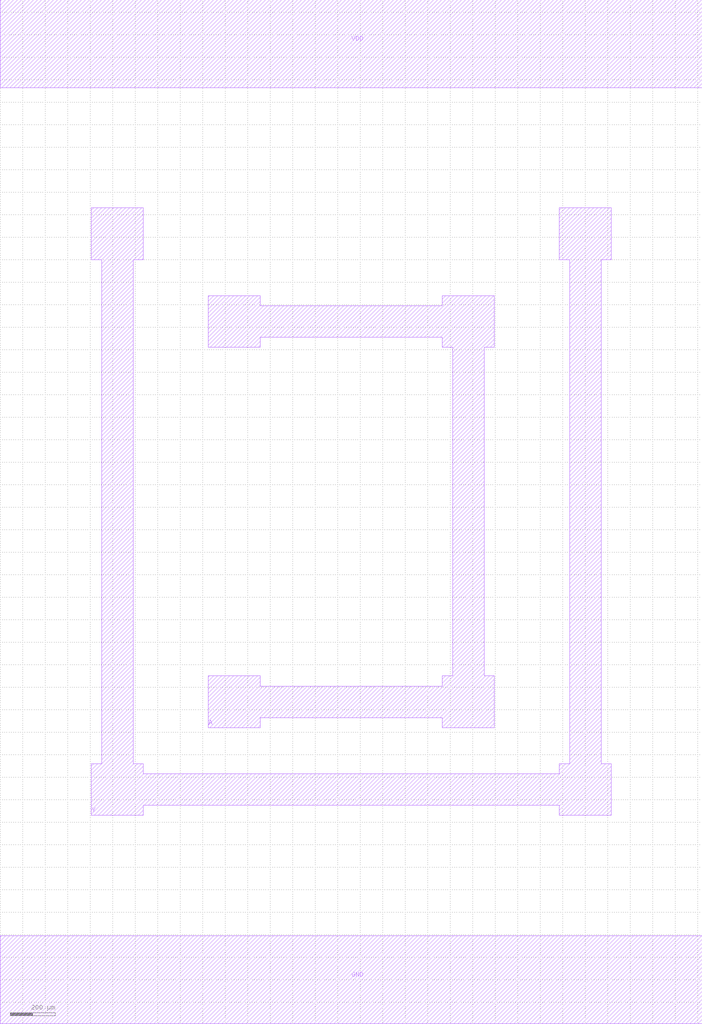
<source format=lef>
MACRO INVX4
 CLASS CORE ;
 ORIGIN 0 0 ;
 FOREIGN INVX4 0 0 ;
 SITE CORE ;
 SYMMETRY X Y R90 ;
  PIN VDD
   DIRECTION INOUT ;
   USE SIGNAL ;
   SHAPE ABUTMENT ;
    PORT
     CLASS CORE ;
       LAYER metal2 ;
        RECT 0.00000000 3965.00000000 3120.00000000 4355.00000000 ;
    END
  END VDD

  PIN GND
   DIRECTION INOUT ;
   USE SIGNAL ;
   SHAPE ABUTMENT ;
    PORT
     CLASS CORE ;
       LAYER metal2 ;
        RECT 0.00000000 -195.00000000 3120.00000000 195.00000000 ;
    END
  END GND

  PIN Y
   DIRECTION INOUT ;
   USE SIGNAL ;
   SHAPE ABUTMENT ;
    PORT
     CLASS CORE ;
       LAYER metal2 ;
        POLYGON 405.00000000 730.00000000 405.00000000 960.00000000 450.00000000 960.00000000 450.00000000 3200.00000000 405.00000000 3200.00000000 405.00000000 3430.00000000 635.00000000 3430.00000000 635.00000000 3200.00000000 590.00000000 3200.00000000 590.00000000 960.00000000 635.00000000 960.00000000 635.00000000 915.00000000 2485.00000000 915.00000000 2485.00000000 960.00000000 2530.00000000 960.00000000 2530.00000000 3200.00000000 2485.00000000 3200.00000000 2485.00000000 3430.00000000 2715.00000000 3430.00000000 2715.00000000 3200.00000000 2670.00000000 3200.00000000 2670.00000000 960.00000000 2715.00000000 960.00000000 2715.00000000 730.00000000 2485.00000000 730.00000000 2485.00000000 775.00000000 635.00000000 775.00000000 635.00000000 730.00000000 ;
    END
  END Y

  PIN A
   DIRECTION INOUT ;
   USE SIGNAL ;
   SHAPE ABUTMENT ;
    PORT
     CLASS CORE ;
       LAYER metal2 ;
        POLYGON 925.00000000 1120.00000000 925.00000000 1350.00000000 1155.00000000 1350.00000000 1155.00000000 1305.00000000 1965.00000000 1305.00000000 1965.00000000 1350.00000000 2010.00000000 1350.00000000 2010.00000000 2810.00000000 1965.00000000 2810.00000000 1965.00000000 2855.00000000 1155.00000000 2855.00000000 1155.00000000 2810.00000000 925.00000000 2810.00000000 925.00000000 3040.00000000 1155.00000000 3040.00000000 1155.00000000 2995.00000000 1965.00000000 2995.00000000 1965.00000000 3040.00000000 2195.00000000 3040.00000000 2195.00000000 2810.00000000 2150.00000000 2810.00000000 2150.00000000 1350.00000000 2195.00000000 1350.00000000 2195.00000000 1120.00000000 1965.00000000 1120.00000000 1965.00000000 1165.00000000 1155.00000000 1165.00000000 1155.00000000 1120.00000000 ;
    END
  END A


END INVX4

</source>
